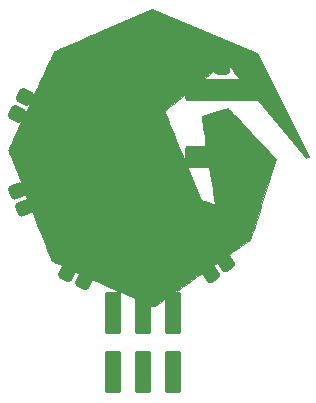
<source format=gbr>
G04 #@! TF.GenerationSoftware,KiCad,Pcbnew,9.0.2*
G04 #@! TF.CreationDate,2025-06-24T15:09:58-05:00*
G04 #@! TF.ProjectId,KokiriEmerald,4b6f6b69-7269-4456-9d65-72616c642e6b,rev?*
G04 #@! TF.SameCoordinates,Original*
G04 #@! TF.FileFunction,Soldermask,Bot*
G04 #@! TF.FilePolarity,Negative*
%FSLAX46Y46*%
G04 Gerber Fmt 4.6, Leading zero omitted, Abs format (unit mm)*
G04 Created by KiCad (PCBNEW 9.0.2) date 2025-06-24 15:09:58*
%MOMM*%
%LPD*%
G01*
G04 APERTURE LIST*
G04 Aperture macros list*
%AMRoundRect*
0 Rectangle with rounded corners*
0 $1 Rounding radius*
0 $2 $3 $4 $5 $6 $7 $8 $9 X,Y pos of 4 corners*
0 Add a 4 corners polygon primitive as box body*
4,1,4,$2,$3,$4,$5,$6,$7,$8,$9,$2,$3,0*
0 Add four circle primitives for the rounded corners*
1,1,$1+$1,$2,$3*
1,1,$1+$1,$4,$5*
1,1,$1+$1,$6,$7*
1,1,$1+$1,$8,$9*
0 Add four rect primitives between the rounded corners*
20,1,$1+$1,$2,$3,$4,$5,0*
20,1,$1+$1,$4,$5,$6,$7,0*
20,1,$1+$1,$6,$7,$8,$9,0*
20,1,$1+$1,$8,$9,$2,$3,0*%
G04 Aperture macros list end*
%ADD10C,0.010000*%
%ADD11RoundRect,0.200000X-0.500000X1.575000X-0.500000X-1.575000X0.500000X-1.575000X0.500000X1.575000X0*%
%ADD12RoundRect,0.318750X0.188163X-0.439443X0.457582X0.138328X-0.188163X0.439443X-0.457582X-0.138328X0*%
%ADD13RoundRect,0.318750X0.056768X0.474650X-0.465441X0.108995X-0.056768X-0.474650X0.465441X-0.108995X0*%
%ADD14RoundRect,0.318750X0.439443X0.188163X-0.138328X0.457582X-0.439443X-0.188163X0.138328X-0.457582X0*%
%ADD15RoundRect,0.318750X0.443784X-0.177682X0.225747X0.421372X-0.443784X0.177682X-0.225747X-0.421372X0*%
%ADD16RoundRect,0.200000X0.250000X-0.400000X0.250000X0.400000X-0.250000X0.400000X-0.250000X-0.400000X0*%
%ADD17RoundRect,0.200000X0.200000X-0.400000X0.200000X0.400000X-0.200000X0.400000X-0.200000X-0.400000X0*%
%ADD18RoundRect,0.200000X-0.200000X0.737500X-0.200000X-0.737500X0.200000X-0.737500X0.200000X0.737500X0*%
%ADD19RoundRect,0.350000X-0.350000X-0.575000X0.350000X-0.575000X0.350000X0.575000X-0.350000X0.575000X0*%
G04 APERTURE END LIST*
D10*
X122858349Y-79158500D02*
X125055274Y-83549703D01*
X127252200Y-87940906D01*
X127133470Y-88002304D01*
X127014740Y-88063701D01*
X123613356Y-83981517D01*
X123188411Y-83471772D01*
X122778355Y-82980382D01*
X122386455Y-82511239D01*
X122015979Y-82068234D01*
X121670196Y-81655257D01*
X121352371Y-81276198D01*
X121065774Y-80934949D01*
X120813672Y-80635400D01*
X120599332Y-80381443D01*
X120426022Y-80176967D01*
X120297010Y-80025864D01*
X120215564Y-79932024D01*
X120184950Y-79899338D01*
X120184903Y-79899333D01*
X120148250Y-79925399D01*
X120052326Y-80000267D01*
X119903241Y-80118946D01*
X119707107Y-80276445D01*
X119470032Y-80467773D01*
X119198126Y-80687936D01*
X118897500Y-80931944D01*
X118574263Y-81194805D01*
X118234526Y-81471527D01*
X117884398Y-81757119D01*
X117529990Y-82046588D01*
X117177411Y-82334944D01*
X116832771Y-82617195D01*
X116502181Y-82888349D01*
X116191750Y-83143414D01*
X115907588Y-83377398D01*
X115655806Y-83585311D01*
X115442512Y-83762159D01*
X115273818Y-83902953D01*
X115155833Y-84002699D01*
X115094667Y-84056407D01*
X115087631Y-84063652D01*
X115096912Y-84112650D01*
X115138856Y-84238383D01*
X115212994Y-84439670D01*
X115318860Y-84715331D01*
X115455985Y-85064184D01*
X115623902Y-85485050D01*
X115822143Y-85976747D01*
X116050240Y-86538095D01*
X116307725Y-87167913D01*
X116584566Y-87841787D01*
X118118369Y-91567548D01*
X118712069Y-91788445D01*
X118920425Y-91864393D01*
X119099286Y-91926605D01*
X119234421Y-91970365D01*
X119311599Y-91990958D01*
X119323923Y-91991188D01*
X119320249Y-91947621D01*
X119304334Y-91826418D01*
X119277080Y-91633584D01*
X119239388Y-91375125D01*
X119192160Y-91057046D01*
X119136298Y-90685350D01*
X119072704Y-90266044D01*
X119002281Y-89805131D01*
X118925930Y-89308618D01*
X118844554Y-88782508D01*
X118767871Y-88289361D01*
X118682435Y-87740589D01*
X118600841Y-87215194D01*
X118524026Y-86719274D01*
X118452925Y-86258926D01*
X118388473Y-85840249D01*
X118331604Y-85469339D01*
X118283255Y-85152296D01*
X118244361Y-84895216D01*
X118215855Y-84704198D01*
X118198675Y-84585339D01*
X118193667Y-84545236D01*
X118225056Y-84515453D01*
X118321645Y-84470447D01*
X118487068Y-84408922D01*
X118724959Y-84329581D01*
X119038950Y-84231126D01*
X119271301Y-84160559D01*
X119561225Y-84074009D01*
X119826305Y-83996168D01*
X120055212Y-83930258D01*
X120236615Y-83879505D01*
X120359184Y-83847130D01*
X120410905Y-83836333D01*
X120449459Y-83866539D01*
X120540788Y-83953830D01*
X120680087Y-84093218D01*
X120862554Y-84279713D01*
X121083385Y-84508326D01*
X121337776Y-84774066D01*
X121620925Y-85071947D01*
X121928029Y-85396977D01*
X122254283Y-85744167D01*
X122483540Y-85989209D01*
X124494206Y-88142085D01*
X123437320Y-91503126D01*
X123267978Y-92039783D01*
X123106402Y-92548159D01*
X122954439Y-93022648D01*
X122813931Y-93457645D01*
X122686724Y-93847542D01*
X122574662Y-94186734D01*
X122479588Y-94469615D01*
X122403348Y-94690579D01*
X122347785Y-94844019D01*
X122314743Y-94924329D01*
X122308467Y-94934515D01*
X122267474Y-94965076D01*
X122162318Y-95040322D01*
X121998309Y-95156543D01*
X121780756Y-95310027D01*
X121514970Y-95497066D01*
X121206259Y-95713948D01*
X120859933Y-95956963D01*
X120481301Y-96222401D01*
X120075673Y-96506551D01*
X119648358Y-96805704D01*
X119204667Y-97116149D01*
X118749907Y-97434176D01*
X118289389Y-97756073D01*
X117828423Y-98078132D01*
X117372317Y-98396641D01*
X116926382Y-98707891D01*
X116495926Y-99008171D01*
X116086259Y-99293770D01*
X115702691Y-99560979D01*
X115350531Y-99806086D01*
X115035088Y-100025382D01*
X114761673Y-100215157D01*
X114535594Y-100371700D01*
X114362161Y-100491300D01*
X114246684Y-100570248D01*
X114194472Y-100604833D01*
X114193167Y-100605583D01*
X114149674Y-100591721D01*
X114033919Y-100545330D01*
X113850865Y-100468583D01*
X113605479Y-100363650D01*
X113302726Y-100232705D01*
X112947571Y-100077918D01*
X112544979Y-99901463D01*
X112099917Y-99705512D01*
X111617349Y-99492235D01*
X111102240Y-99263806D01*
X110559557Y-99022396D01*
X109994265Y-98770178D01*
X109854000Y-98707482D01*
X109283449Y-98452103D01*
X108734250Y-98205772D01*
X108211386Y-97970753D01*
X107719843Y-97749307D01*
X107264603Y-97543697D01*
X106850651Y-97356185D01*
X106482970Y-97189033D01*
X106166545Y-97044504D01*
X105906359Y-96924861D01*
X105707396Y-96832366D01*
X105574640Y-96769280D01*
X105513076Y-96737867D01*
X105509491Y-96735340D01*
X105487098Y-96688874D01*
X105436576Y-96569555D01*
X105360254Y-96383350D01*
X105260464Y-96136225D01*
X105139536Y-95834144D01*
X104999801Y-95483075D01*
X104843591Y-95088981D01*
X104673235Y-94657830D01*
X104491065Y-94195586D01*
X104299412Y-93708216D01*
X104100606Y-93201684D01*
X103896978Y-92681958D01*
X103690859Y-92155001D01*
X103484579Y-91626781D01*
X103280470Y-91103262D01*
X103080862Y-90590411D01*
X102888087Y-90094192D01*
X102704474Y-89620573D01*
X102532355Y-89175517D01*
X102374061Y-88764992D01*
X102231922Y-88394962D01*
X102108269Y-88071394D01*
X102005433Y-87800253D01*
X101925745Y-87587504D01*
X101871536Y-87439114D01*
X101845135Y-87361047D01*
X101842893Y-87350734D01*
X101861478Y-87302695D01*
X101913190Y-87184143D01*
X101995192Y-87001178D01*
X102104642Y-86759900D01*
X102238704Y-86466409D01*
X102394539Y-86126804D01*
X102569307Y-85747185D01*
X102760170Y-85333652D01*
X102964289Y-84892305D01*
X103178826Y-84429244D01*
X103400941Y-83950568D01*
X103627797Y-83462377D01*
X103856554Y-82970771D01*
X104084374Y-82481850D01*
X104308418Y-82001713D01*
X104525847Y-81536460D01*
X104733823Y-81092192D01*
X104929507Y-80675007D01*
X105110060Y-80291006D01*
X105272643Y-79946289D01*
X105414418Y-79646955D01*
X105532547Y-79399104D01*
X105624189Y-79208835D01*
X105686507Y-79082249D01*
X105716662Y-79025446D01*
X105718340Y-79023214D01*
X105763429Y-79000035D01*
X105881291Y-78945994D01*
X106066766Y-78863324D01*
X106314698Y-78754261D01*
X106619929Y-78621038D01*
X106977302Y-78465891D01*
X107381658Y-78291054D01*
X107827840Y-78098762D01*
X108310691Y-77891249D01*
X108825053Y-77670750D01*
X109365768Y-77439499D01*
X109886917Y-77217107D01*
X114005001Y-75461620D01*
X122858349Y-79158500D01*
G36*
X122858349Y-79158500D02*
G01*
X125055274Y-83549703D01*
X127252200Y-87940906D01*
X127133470Y-88002304D01*
X127014740Y-88063701D01*
X123613356Y-83981517D01*
X123188411Y-83471772D01*
X122778355Y-82980382D01*
X122386455Y-82511239D01*
X122015979Y-82068234D01*
X121670196Y-81655257D01*
X121352371Y-81276198D01*
X121065774Y-80934949D01*
X120813672Y-80635400D01*
X120599332Y-80381443D01*
X120426022Y-80176967D01*
X120297010Y-80025864D01*
X120215564Y-79932024D01*
X120184950Y-79899338D01*
X120184903Y-79899333D01*
X120148250Y-79925399D01*
X120052326Y-80000267D01*
X119903241Y-80118946D01*
X119707107Y-80276445D01*
X119470032Y-80467773D01*
X119198126Y-80687936D01*
X118897500Y-80931944D01*
X118574263Y-81194805D01*
X118234526Y-81471527D01*
X117884398Y-81757119D01*
X117529990Y-82046588D01*
X117177411Y-82334944D01*
X116832771Y-82617195D01*
X116502181Y-82888349D01*
X116191750Y-83143414D01*
X115907588Y-83377398D01*
X115655806Y-83585311D01*
X115442512Y-83762159D01*
X115273818Y-83902953D01*
X115155833Y-84002699D01*
X115094667Y-84056407D01*
X115087631Y-84063652D01*
X115096912Y-84112650D01*
X115138856Y-84238383D01*
X115212994Y-84439670D01*
X115318860Y-84715331D01*
X115455985Y-85064184D01*
X115623902Y-85485050D01*
X115822143Y-85976747D01*
X116050240Y-86538095D01*
X116307725Y-87167913D01*
X116584566Y-87841787D01*
X118118369Y-91567548D01*
X118712069Y-91788445D01*
X118920425Y-91864393D01*
X119099286Y-91926605D01*
X119234421Y-91970365D01*
X119311599Y-91990958D01*
X119323923Y-91991188D01*
X119320249Y-91947621D01*
X119304334Y-91826418D01*
X119277080Y-91633584D01*
X119239388Y-91375125D01*
X119192160Y-91057046D01*
X119136298Y-90685350D01*
X119072704Y-90266044D01*
X119002281Y-89805131D01*
X118925930Y-89308618D01*
X118844554Y-88782508D01*
X118767871Y-88289361D01*
X118682435Y-87740589D01*
X118600841Y-87215194D01*
X118524026Y-86719274D01*
X118452925Y-86258926D01*
X118388473Y-85840249D01*
X118331604Y-85469339D01*
X118283255Y-85152296D01*
X118244361Y-84895216D01*
X118215855Y-84704198D01*
X118198675Y-84585339D01*
X118193667Y-84545236D01*
X118225056Y-84515453D01*
X118321645Y-84470447D01*
X118487068Y-84408922D01*
X118724959Y-84329581D01*
X119038950Y-84231126D01*
X119271301Y-84160559D01*
X119561225Y-84074009D01*
X119826305Y-83996168D01*
X120055212Y-83930258D01*
X120236615Y-83879505D01*
X120359184Y-83847130D01*
X120410905Y-83836333D01*
X120449459Y-83866539D01*
X120540788Y-83953830D01*
X120680087Y-84093218D01*
X120862554Y-84279713D01*
X121083385Y-84508326D01*
X121337776Y-84774066D01*
X121620925Y-85071947D01*
X121928029Y-85396977D01*
X122254283Y-85744167D01*
X122483540Y-85989209D01*
X124494206Y-88142085D01*
X123437320Y-91503126D01*
X123267978Y-92039783D01*
X123106402Y-92548159D01*
X122954439Y-93022648D01*
X122813931Y-93457645D01*
X122686724Y-93847542D01*
X122574662Y-94186734D01*
X122479588Y-94469615D01*
X122403348Y-94690579D01*
X122347785Y-94844019D01*
X122314743Y-94924329D01*
X122308467Y-94934515D01*
X122267474Y-94965076D01*
X122162318Y-95040322D01*
X121998309Y-95156543D01*
X121780756Y-95310027D01*
X121514970Y-95497066D01*
X121206259Y-95713948D01*
X120859933Y-95956963D01*
X120481301Y-96222401D01*
X120075673Y-96506551D01*
X119648358Y-96805704D01*
X119204667Y-97116149D01*
X118749907Y-97434176D01*
X118289389Y-97756073D01*
X117828423Y-98078132D01*
X117372317Y-98396641D01*
X116926382Y-98707891D01*
X116495926Y-99008171D01*
X116086259Y-99293770D01*
X115702691Y-99560979D01*
X115350531Y-99806086D01*
X115035088Y-100025382D01*
X114761673Y-100215157D01*
X114535594Y-100371700D01*
X114362161Y-100491300D01*
X114246684Y-100570248D01*
X114194472Y-100604833D01*
X114193167Y-100605583D01*
X114149674Y-100591721D01*
X114033919Y-100545330D01*
X113850865Y-100468583D01*
X113605479Y-100363650D01*
X113302726Y-100232705D01*
X112947571Y-100077918D01*
X112544979Y-99901463D01*
X112099917Y-99705512D01*
X111617349Y-99492235D01*
X111102240Y-99263806D01*
X110559557Y-99022396D01*
X109994265Y-98770178D01*
X109854000Y-98707482D01*
X109283449Y-98452103D01*
X108734250Y-98205772D01*
X108211386Y-97970753D01*
X107719843Y-97749307D01*
X107264603Y-97543697D01*
X106850651Y-97356185D01*
X106482970Y-97189033D01*
X106166545Y-97044504D01*
X105906359Y-96924861D01*
X105707396Y-96832366D01*
X105574640Y-96769280D01*
X105513076Y-96737867D01*
X105509491Y-96735340D01*
X105487098Y-96688874D01*
X105436576Y-96569555D01*
X105360254Y-96383350D01*
X105260464Y-96136225D01*
X105139536Y-95834144D01*
X104999801Y-95483075D01*
X104843591Y-95088981D01*
X104673235Y-94657830D01*
X104491065Y-94195586D01*
X104299412Y-93708216D01*
X104100606Y-93201684D01*
X103896978Y-92681958D01*
X103690859Y-92155001D01*
X103484579Y-91626781D01*
X103280470Y-91103262D01*
X103080862Y-90590411D01*
X102888087Y-90094192D01*
X102704474Y-89620573D01*
X102532355Y-89175517D01*
X102374061Y-88764992D01*
X102231922Y-88394962D01*
X102108269Y-88071394D01*
X102005433Y-87800253D01*
X101925745Y-87587504D01*
X101871536Y-87439114D01*
X101845135Y-87361047D01*
X101842893Y-87350734D01*
X101861478Y-87302695D01*
X101913190Y-87184143D01*
X101995192Y-87001178D01*
X102104642Y-86759900D01*
X102238704Y-86466409D01*
X102394539Y-86126804D01*
X102569307Y-85747185D01*
X102760170Y-85333652D01*
X102964289Y-84892305D01*
X103178826Y-84429244D01*
X103400941Y-83950568D01*
X103627797Y-83462377D01*
X103856554Y-82970771D01*
X104084374Y-82481850D01*
X104308418Y-82001713D01*
X104525847Y-81536460D01*
X104733823Y-81092192D01*
X104929507Y-80675007D01*
X105110060Y-80291006D01*
X105272643Y-79946289D01*
X105414418Y-79646955D01*
X105532547Y-79399104D01*
X105624189Y-79208835D01*
X105686507Y-79082249D01*
X105716662Y-79025446D01*
X105718340Y-79023214D01*
X105763429Y-79000035D01*
X105881291Y-78945994D01*
X106066766Y-78863324D01*
X106314698Y-78754261D01*
X106619929Y-78621038D01*
X106977302Y-78465891D01*
X107381658Y-78291054D01*
X107827840Y-78098762D01*
X108310691Y-77891249D01*
X108825053Y-77670750D01*
X109365768Y-77439499D01*
X109886917Y-77217107D01*
X114005001Y-75461620D01*
X122858349Y-79158500D01*
G37*
D11*
X110660000Y-101150000D03*
X110660000Y-106200000D03*
X113200000Y-101150000D03*
X113200000Y-106200000D03*
X115740000Y-101150000D03*
X115740000Y-106200000D03*
D12*
X102542188Y-84288716D03*
X103207812Y-82861284D03*
D13*
X120270083Y-96973308D03*
X118979917Y-97876692D03*
D14*
X108213717Y-98482812D03*
X106786283Y-97817188D03*
D15*
X103144341Y-92315009D03*
X102605659Y-90834991D03*
D16*
X122250000Y-91800001D03*
D17*
X121449999Y-91799999D03*
X120650000Y-91800000D03*
D16*
X119850000Y-91799999D03*
X119850000Y-89999999D03*
D17*
X120650001Y-90000001D03*
X121450000Y-90000000D03*
D16*
X122250000Y-90000001D03*
D18*
X117225000Y-82275000D03*
X117875000Y-82275000D03*
X118525000Y-82275000D03*
X119175000Y-82275000D03*
X119825000Y-82275000D03*
X120475000Y-82275000D03*
X121125000Y-82275000D03*
X121775000Y-82275000D03*
X122425000Y-82275000D03*
X123075000Y-82275000D03*
X123075000Y-88000000D03*
X122425000Y-88000000D03*
X121775000Y-88000000D03*
X121125000Y-88000000D03*
X120475000Y-88000000D03*
X119825000Y-88000000D03*
X119175000Y-88000000D03*
X118525000Y-88000000D03*
X117875000Y-88000000D03*
X117225000Y-88000000D03*
D19*
X119950000Y-80100000D03*
X121850000Y-80100000D03*
M02*

</source>
